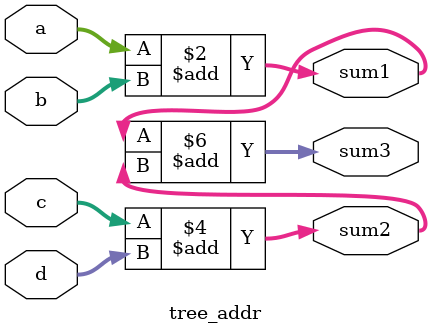
<source format=v>
module tree_addr(input [3:0] a, input [3:0] b, input [7:0] c, input [7:0] d, output reg [4:0] sum1, output reg [8:0] sum2, output reg [9:0] sum3);


always @ (a or b) begin
	sum1=a+b;
end
always @ (c or d) begin
	sum2=c+d;
end
always @ (*) begin
	sum3=sum1+sum2;
end

endmodule

</source>
